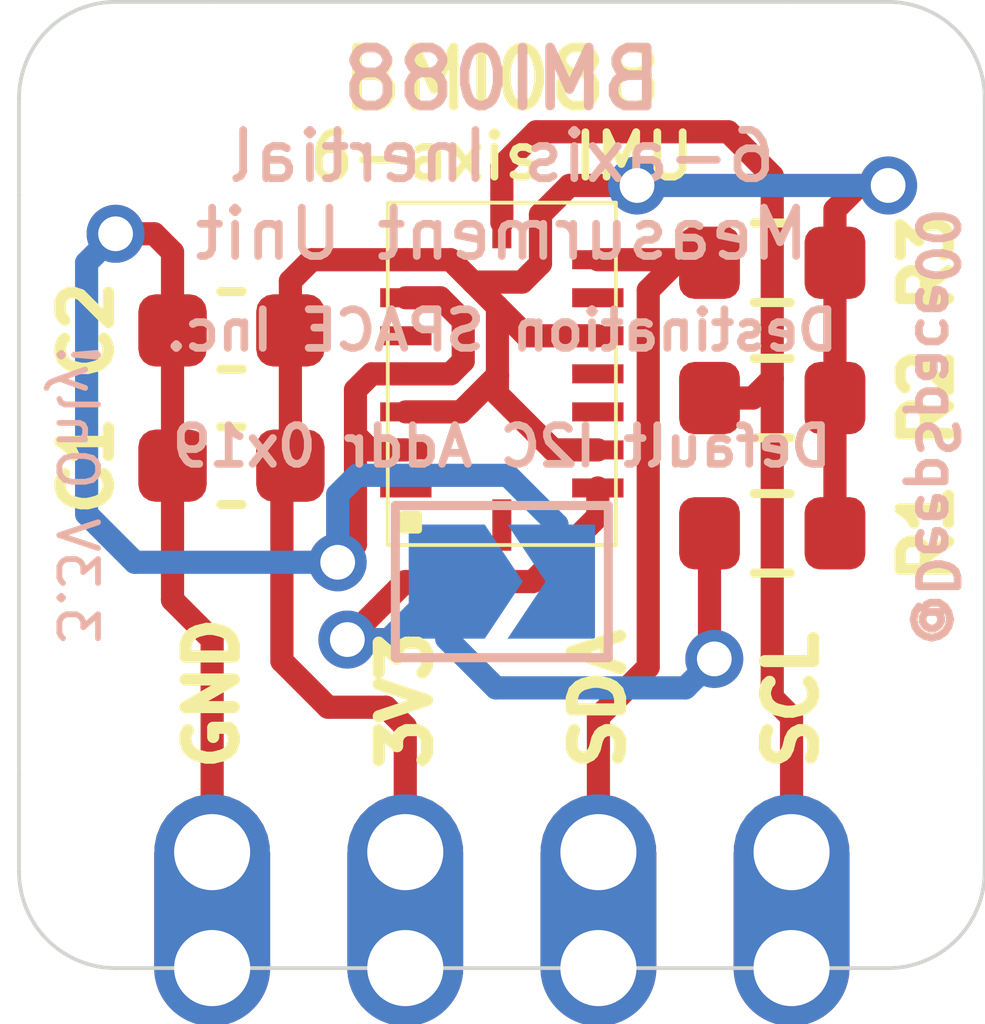
<source format=kicad_pcb>
(kicad_pcb (version 20171130) (host pcbnew "(5.1.10)-1")

  (general
    (thickness 1.6)
    (drawings 28)
    (tracks 96)
    (zones 0)
    (modules 8)
    (nets 12)
  )

  (page A4)
  (layers
    (0 F.Cu signal)
    (31 B.Cu signal)
    (32 B.Adhes user)
    (33 F.Adhes user)
    (34 B.Paste user)
    (35 F.Paste user)
    (36 B.SilkS user)
    (37 F.SilkS user)
    (38 B.Mask user)
    (39 F.Mask user)
    (40 Dwgs.User user)
    (41 Cmts.User user)
    (42 Eco1.User user)
    (43 Eco2.User user)
    (44 Edge.Cuts user)
    (45 Margin user)
    (46 B.CrtYd user)
    (47 F.CrtYd user)
    (48 B.Fab user hide)
    (49 F.Fab user hide)
  )

  (setup
    (last_trace_width 0.3048)
    (user_trace_width 0.3048)
    (trace_clearance 0.2)
    (zone_clearance 0.508)
    (zone_45_only no)
    (trace_min 0.2)
    (via_size 0.8)
    (via_drill 0.4)
    (via_min_size 0.4)
    (via_min_drill 0.3)
    (uvia_size 0.3)
    (uvia_drill 0.1)
    (uvias_allowed no)
    (uvia_min_size 0.2)
    (uvia_min_drill 0.1)
    (edge_width 0.05)
    (segment_width 0.2)
    (pcb_text_width 0.3)
    (pcb_text_size 1.5 1.5)
    (mod_edge_width 0.12)
    (mod_text_size 1 1)
    (mod_text_width 0.15)
    (pad_size 1.524 1.524)
    (pad_drill 0.762)
    (pad_to_mask_clearance 0)
    (aux_axis_origin 0 0)
    (visible_elements 7FFFFFFF)
    (pcbplotparams
      (layerselection 0x010fc_ffffffff)
      (usegerberextensions false)
      (usegerberattributes true)
      (usegerberadvancedattributes true)
      (creategerberjobfile true)
      (excludeedgelayer true)
      (linewidth 0.100000)
      (plotframeref false)
      (viasonmask false)
      (mode 1)
      (useauxorigin false)
      (hpglpennumber 1)
      (hpglpenspeed 20)
      (hpglpendiameter 15.000000)
      (psnegative false)
      (psa4output false)
      (plotreference true)
      (plotvalue true)
      (plotinvisibletext false)
      (padsonsilk false)
      (subtractmaskfromsilk false)
      (outputformat 1)
      (mirror false)
      (drillshape 1)
      (scaleselection 1)
      (outputdirectory ""))
  )

  (net 0 "")
  (net 1 +3V3)
  (net 2 GND)
  (net 3 SDA)
  (net 4 SCL)
  (net 5 SDO1)
  (net 6 "Net-(U1-Pad1)")
  (net 7 "Net-(U1-Pad5)")
  (net 8 "Net-(U1-Pad10)")
  (net 9 "Net-(U1-Pad12)")
  (net 10 "Net-(U1-Pad13)")
  (net 11 "Net-(U1-Pad16)")

  (net_class Default "This is the default net class."
    (clearance 0.2)
    (trace_width 0.25)
    (via_dia 0.8)
    (via_drill 0.4)
    (uvia_dia 0.3)
    (uvia_drill 0.1)
    (add_net +3V3)
    (add_net GND)
    (add_net "Net-(U1-Pad1)")
    (add_net "Net-(U1-Pad10)")
    (add_net "Net-(U1-Pad12)")
    (add_net "Net-(U1-Pad13)")
    (add_net "Net-(U1-Pad16)")
    (add_net "Net-(U1-Pad5)")
    (add_net SCL)
    (add_net SDA)
    (add_net SDO1)
  )

  (module Capacitor_SMD:C_0603_1608Metric (layer F.Cu) (tedit 5F68FEEE) (tstamp 614996F7)
    (at 141.224 79.756 180)
    (descr "Capacitor SMD 0603 (1608 Metric), square (rectangular) end terminal, IPC_7351 nominal, (Body size source: IPC-SM-782 page 76, https://www.pcb-3d.com/wordpress/wp-content/uploads/ipc-sm-782a_amendment_1_and_2.pdf), generated with kicad-footprint-generator")
    (tags capacitor)
    (path /614A053E)
    (attr smd)
    (fp_text reference C1 (at 1.905 0 90) (layer F.SilkS)
      (effects (font (size 0.635 0.635) (thickness 0.15)))
    )
    (fp_text value 0.1uF (at 0 1.43) (layer F.Fab)
      (effects (font (size 1 1) (thickness 0.15)))
    )
    (fp_line (start -0.8 0.4) (end -0.8 -0.4) (layer F.Fab) (width 0.1))
    (fp_line (start -0.8 -0.4) (end 0.8 -0.4) (layer F.Fab) (width 0.1))
    (fp_line (start 0.8 -0.4) (end 0.8 0.4) (layer F.Fab) (width 0.1))
    (fp_line (start 0.8 0.4) (end -0.8 0.4) (layer F.Fab) (width 0.1))
    (fp_line (start -0.14058 -0.51) (end 0.14058 -0.51) (layer F.SilkS) (width 0.12))
    (fp_line (start -0.14058 0.51) (end 0.14058 0.51) (layer F.SilkS) (width 0.12))
    (fp_line (start -1.48 0.73) (end -1.48 -0.73) (layer F.CrtYd) (width 0.05))
    (fp_line (start -1.48 -0.73) (end 1.48 -0.73) (layer F.CrtYd) (width 0.05))
    (fp_line (start 1.48 -0.73) (end 1.48 0.73) (layer F.CrtYd) (width 0.05))
    (fp_line (start 1.48 0.73) (end -1.48 0.73) (layer F.CrtYd) (width 0.05))
    (fp_text user %R (at 0 0) (layer F.Fab)
      (effects (font (size 0.4 0.4) (thickness 0.06)))
    )
    (pad 1 smd roundrect (at -0.775 0 180) (size 0.9 0.95) (layers F.Cu F.Paste F.Mask) (roundrect_rratio 0.25)
      (net 1 +3V3))
    (pad 2 smd roundrect (at 0.775 0 180) (size 0.9 0.95) (layers F.Cu F.Paste F.Mask) (roundrect_rratio 0.25)
      (net 2 GND))
    (model ${KISYS3DMOD}/Capacitor_SMD.3dshapes/C_0603_1608Metric.wrl
      (at (xyz 0 0 0))
      (scale (xyz 1 1 1))
      (rotate (xyz 0 0 0))
    )
  )

  (module Capacitor_SMD:C_0603_1608Metric (layer F.Cu) (tedit 5F68FEEE) (tstamp 61499708)
    (at 141.224 77.978 180)
    (descr "Capacitor SMD 0603 (1608 Metric), square (rectangular) end terminal, IPC_7351 nominal, (Body size source: IPC-SM-782 page 76, https://www.pcb-3d.com/wordpress/wp-content/uploads/ipc-sm-782a_amendment_1_and_2.pdf), generated with kicad-footprint-generator")
    (tags capacitor)
    (path /614A256C)
    (attr smd)
    (fp_text reference C2 (at 1.905 0 90) (layer F.SilkS)
      (effects (font (size 0.635 0.635) (thickness 0.15)))
    )
    (fp_text value 0.1uF (at 0 1.43) (layer F.Fab)
      (effects (font (size 1 1) (thickness 0.15)))
    )
    (fp_line (start 1.48 0.73) (end -1.48 0.73) (layer F.CrtYd) (width 0.05))
    (fp_line (start 1.48 -0.73) (end 1.48 0.73) (layer F.CrtYd) (width 0.05))
    (fp_line (start -1.48 -0.73) (end 1.48 -0.73) (layer F.CrtYd) (width 0.05))
    (fp_line (start -1.48 0.73) (end -1.48 -0.73) (layer F.CrtYd) (width 0.05))
    (fp_line (start -0.14058 0.51) (end 0.14058 0.51) (layer F.SilkS) (width 0.12))
    (fp_line (start -0.14058 -0.51) (end 0.14058 -0.51) (layer F.SilkS) (width 0.12))
    (fp_line (start 0.8 0.4) (end -0.8 0.4) (layer F.Fab) (width 0.1))
    (fp_line (start 0.8 -0.4) (end 0.8 0.4) (layer F.Fab) (width 0.1))
    (fp_line (start -0.8 -0.4) (end 0.8 -0.4) (layer F.Fab) (width 0.1))
    (fp_line (start -0.8 0.4) (end -0.8 -0.4) (layer F.Fab) (width 0.1))
    (fp_text user %R (at 0 0) (layer F.Fab)
      (effects (font (size 0.4 0.4) (thickness 0.06)))
    )
    (pad 2 smd roundrect (at 0.775 0 180) (size 0.9 0.95) (layers F.Cu F.Paste F.Mask) (roundrect_rratio 0.25)
      (net 2 GND))
    (pad 1 smd roundrect (at -0.775 0 180) (size 0.9 0.95) (layers F.Cu F.Paste F.Mask) (roundrect_rratio 0.25)
      (net 1 +3V3))
    (model ${KISYS3DMOD}/Capacitor_SMD.3dshapes/C_0603_1608Metric.wrl
      (at (xyz 0 0 0))
      (scale (xyz 1 1 1))
      (rotate (xyz 0 0 0))
    )
  )

  (module Jumper:SolderJumper-2_P1.3mm_Open_TrianglePad1.0x1.5mm (layer B.Cu) (tedit 5A64794F) (tstamp 6149972E)
    (at 144.78 81.28)
    (descr "SMD Solder Jumper, 1x1.5mm Triangular Pads, 0.3mm gap, open")
    (tags "solder jumper open")
    (path /614A978F)
    (attr virtual)
    (fp_text reference JP1 (at 0 1.8) (layer B.SilkS) hide
      (effects (font (size 1 1) (thickness 0.15)) (justify mirror))
    )
    (fp_text value Jumper (at 0 -1.9) (layer B.Fab)
      (effects (font (size 1 1) (thickness 0.15)) (justify mirror))
    )
    (fp_line (start -1.4 -1) (end -1.4 1) (layer B.SilkS) (width 0.12))
    (fp_line (start 1.4 -1) (end -1.4 -1) (layer B.SilkS) (width 0.12))
    (fp_line (start 1.4 1) (end 1.4 -1) (layer B.SilkS) (width 0.12))
    (fp_line (start -1.4 1) (end 1.4 1) (layer B.SilkS) (width 0.12))
    (fp_line (start -1.65 1.25) (end 1.65 1.25) (layer B.CrtYd) (width 0.05))
    (fp_line (start -1.65 1.25) (end -1.65 -1.25) (layer B.CrtYd) (width 0.05))
    (fp_line (start 1.65 -1.25) (end 1.65 1.25) (layer B.CrtYd) (width 0.05))
    (fp_line (start 1.65 -1.25) (end -1.65 -1.25) (layer B.CrtYd) (width 0.05))
    (pad 2 smd custom (at 0.725 0) (size 0.3 0.3) (layers B.Cu B.Mask)
      (net 2 GND) (zone_connect 2)
      (options (clearance outline) (anchor rect))
      (primitives
        (gr_poly (pts
           (xy -0.65 0.75) (xy 0.5 0.75) (xy 0.5 -0.75) (xy -0.65 -0.75) (xy -0.15 0)
) (width 0))
      ))
    (pad 1 smd custom (at -0.725 0) (size 0.3 0.3) (layers B.Cu B.Mask)
      (net 5 SDO1) (zone_connect 2)
      (options (clearance outline) (anchor rect))
      (primitives
        (gr_poly (pts
           (xy -0.5 0.75) (xy 0.5 0.75) (xy 1 0) (xy 0.5 -0.75) (xy -0.5 -0.75)
) (width 0))
      ))
  )

  (module Resistor_SMD:R_0603_1608Metric (layer F.Cu) (tedit 5F68FEEE) (tstamp 6149973F)
    (at 148.336 77.089 180)
    (descr "Resistor SMD 0603 (1608 Metric), square (rectangular) end terminal, IPC_7351 nominal, (Body size source: IPC-SM-782 page 72, https://www.pcb-3d.com/wordpress/wp-content/uploads/ipc-sm-782a_amendment_1_and_2.pdf), generated with kicad-footprint-generator")
    (tags resistor)
    (path /614A533D)
    (attr smd)
    (fp_text reference R3 (at -2.032 0 90) (layer F.SilkS)
      (effects (font (size 0.635 0.635) (thickness 0.15)))
    )
    (fp_text value 4.7k (at 0 1.43) (layer F.Fab)
      (effects (font (size 1 1) (thickness 0.15)))
    )
    (fp_line (start -0.8 0.4125) (end -0.8 -0.4125) (layer F.Fab) (width 0.1))
    (fp_line (start -0.8 -0.4125) (end 0.8 -0.4125) (layer F.Fab) (width 0.1))
    (fp_line (start 0.8 -0.4125) (end 0.8 0.4125) (layer F.Fab) (width 0.1))
    (fp_line (start 0.8 0.4125) (end -0.8 0.4125) (layer F.Fab) (width 0.1))
    (fp_line (start -0.237258 -0.5225) (end 0.237258 -0.5225) (layer F.SilkS) (width 0.12))
    (fp_line (start -0.237258 0.5225) (end 0.237258 0.5225) (layer F.SilkS) (width 0.12))
    (fp_line (start -1.48 0.73) (end -1.48 -0.73) (layer F.CrtYd) (width 0.05))
    (fp_line (start -1.48 -0.73) (end 1.48 -0.73) (layer F.CrtYd) (width 0.05))
    (fp_line (start 1.48 -0.73) (end 1.48 0.73) (layer F.CrtYd) (width 0.05))
    (fp_line (start 1.48 0.73) (end -1.48 0.73) (layer F.CrtYd) (width 0.05))
    (fp_text user %R (at 0 0) (layer F.Fab)
      (effects (font (size 0.4 0.4) (thickness 0.06)))
    )
    (pad 1 smd roundrect (at -0.825 0 180) (size 0.8 0.95) (layers F.Cu F.Paste F.Mask) (roundrect_rratio 0.25)
      (net 1 +3V3))
    (pad 2 smd roundrect (at 0.825 0 180) (size 0.8 0.95) (layers F.Cu F.Paste F.Mask) (roundrect_rratio 0.25)
      (net 3 SDA))
    (model ${KISYS3DMOD}/Resistor_SMD.3dshapes/R_0603_1608Metric.wrl
      (at (xyz 0 0 0))
      (scale (xyz 1 1 1))
      (rotate (xyz 0 0 0))
    )
  )

  (module Resistor_SMD:R_0603_1608Metric (layer F.Cu) (tedit 5F68FEEE) (tstamp 61499750)
    (at 148.336 78.867 180)
    (descr "Resistor SMD 0603 (1608 Metric), square (rectangular) end terminal, IPC_7351 nominal, (Body size source: IPC-SM-782 page 72, https://www.pcb-3d.com/wordpress/wp-content/uploads/ipc-sm-782a_amendment_1_and_2.pdf), generated with kicad-footprint-generator")
    (tags resistor)
    (path /614A8378)
    (attr smd)
    (fp_text reference R2 (at -2.032 0 90) (layer F.SilkS)
      (effects (font (size 0.635 0.635) (thickness 0.15)))
    )
    (fp_text value 4..7k (at 0 1.43) (layer F.Fab)
      (effects (font (size 1 1) (thickness 0.15)))
    )
    (fp_line (start 1.48 0.73) (end -1.48 0.73) (layer F.CrtYd) (width 0.05))
    (fp_line (start 1.48 -0.73) (end 1.48 0.73) (layer F.CrtYd) (width 0.05))
    (fp_line (start -1.48 -0.73) (end 1.48 -0.73) (layer F.CrtYd) (width 0.05))
    (fp_line (start -1.48 0.73) (end -1.48 -0.73) (layer F.CrtYd) (width 0.05))
    (fp_line (start -0.237258 0.5225) (end 0.237258 0.5225) (layer F.SilkS) (width 0.12))
    (fp_line (start -0.237258 -0.5225) (end 0.237258 -0.5225) (layer F.SilkS) (width 0.12))
    (fp_line (start 0.8 0.4125) (end -0.8 0.4125) (layer F.Fab) (width 0.1))
    (fp_line (start 0.8 -0.4125) (end 0.8 0.4125) (layer F.Fab) (width 0.1))
    (fp_line (start -0.8 -0.4125) (end 0.8 -0.4125) (layer F.Fab) (width 0.1))
    (fp_line (start -0.8 0.4125) (end -0.8 -0.4125) (layer F.Fab) (width 0.1))
    (fp_text user %R (at 0 0) (layer F.Fab)
      (effects (font (size 0.4 0.4) (thickness 0.06)))
    )
    (pad 2 smd roundrect (at 0.825 0 180) (size 0.8 0.95) (layers F.Cu F.Paste F.Mask) (roundrect_rratio 0.25)
      (net 4 SCL))
    (pad 1 smd roundrect (at -0.825 0 180) (size 0.8 0.95) (layers F.Cu F.Paste F.Mask) (roundrect_rratio 0.25)
      (net 1 +3V3))
    (model ${KISYS3DMOD}/Resistor_SMD.3dshapes/R_0603_1608Metric.wrl
      (at (xyz 0 0 0))
      (scale (xyz 1 1 1))
      (rotate (xyz 0 0 0))
    )
  )

  (module Resistor_SMD:R_0603_1608Metric (layer F.Cu) (tedit 5F68FEEE) (tstamp 61499761)
    (at 148.336 80.645)
    (descr "Resistor SMD 0603 (1608 Metric), square (rectangular) end terminal, IPC_7351 nominal, (Body size source: IPC-SM-782 page 72, https://www.pcb-3d.com/wordpress/wp-content/uploads/ipc-sm-782a_amendment_1_and_2.pdf), generated with kicad-footprint-generator")
    (tags resistor)
    (path /614AAEE1)
    (attr smd)
    (fp_text reference R1 (at 2.032 0 90) (layer F.SilkS)
      (effects (font (size 0.635 0.635) (thickness 0.15)))
    )
    (fp_text value 4.7k (at 0 1.43) (layer F.Fab)
      (effects (font (size 1 1) (thickness 0.15)))
    )
    (fp_line (start -0.8 0.4125) (end -0.8 -0.4125) (layer F.Fab) (width 0.1))
    (fp_line (start -0.8 -0.4125) (end 0.8 -0.4125) (layer F.Fab) (width 0.1))
    (fp_line (start 0.8 -0.4125) (end 0.8 0.4125) (layer F.Fab) (width 0.1))
    (fp_line (start 0.8 0.4125) (end -0.8 0.4125) (layer F.Fab) (width 0.1))
    (fp_line (start -0.237258 -0.5225) (end 0.237258 -0.5225) (layer F.SilkS) (width 0.12))
    (fp_line (start -0.237258 0.5225) (end 0.237258 0.5225) (layer F.SilkS) (width 0.12))
    (fp_line (start -1.48 0.73) (end -1.48 -0.73) (layer F.CrtYd) (width 0.05))
    (fp_line (start -1.48 -0.73) (end 1.48 -0.73) (layer F.CrtYd) (width 0.05))
    (fp_line (start 1.48 -0.73) (end 1.48 0.73) (layer F.CrtYd) (width 0.05))
    (fp_line (start 1.48 0.73) (end -1.48 0.73) (layer F.CrtYd) (width 0.05))
    (fp_text user %R (at 0 0) (layer F.Fab)
      (effects (font (size 0.4 0.4) (thickness 0.06)))
    )
    (pad 1 smd roundrect (at -0.825 0) (size 0.8 0.95) (layers F.Cu F.Paste F.Mask) (roundrect_rratio 0.25)
      (net 5 SDO1))
    (pad 2 smd roundrect (at 0.825 0) (size 0.8 0.95) (layers F.Cu F.Paste F.Mask) (roundrect_rratio 0.25)
      (net 1 +3V3))
    (model ${KISYS3DMOD}/Resistor_SMD.3dshapes/R_0603_1608Metric.wrl
      (at (xyz 0 0 0))
      (scale (xyz 1 1 1))
      (rotate (xyz 0 0 0))
    )
  )

  (module DS-sensors:BMI088 (layer F.Cu) (tedit 6149303C) (tstamp 6149977B)
    (at 144.78 80.899 180)
    (path /61494E9E)
    (fp_text reference U1 (at 0 5.334) (layer F.SilkS) hide
      (effects (font (size 1 1) (thickness 0.15)))
    )
    (fp_text value BMI088 (at 0 -0.75) (layer F.Fab)
      (effects (font (size 1 1) (thickness 0.15)))
    )
    (fp_poly (pts (xy 1.3 0.5) (xy 1.1 0.5) (xy 1.1 0.3) (xy 1.3 0.3)) (layer F.SilkS) (width 0.1))
    (fp_line (start -1.5 4.6) (end -1.5 0.6) (layer F.SilkS) (width 0.05))
    (fp_line (start 1.5 4.6) (end -1.5 4.6) (layer F.SilkS) (width 0.05))
    (fp_line (start 1.5 0.1) (end 1.5 4.6) (layer F.SilkS) (width 0.05))
    (fp_line (start -1.5 0.1) (end 1.5 0.1) (layer F.SilkS) (width 0.05))
    (fp_line (start -1.5 0.6) (end -1.5 0.1) (layer F.SilkS) (width 0.05))
    (pad 1 smd rect (at 1.2625 0.85 180) (size 0.675 0.25) (layers F.Cu F.Paste F.Mask)
      (net 6 "Net-(U1-Pad1)"))
    (pad 2 smd rect (at 1.2625 1.35 180) (size 0.675 0.25) (layers F.Cu F.Paste F.Mask)
      (net 2 GND))
    (pad 3 smd rect (at 1.2625 1.85 180) (size 0.675 0.25) (layers F.Cu F.Paste F.Mask)
      (net 1 +3V3))
    (pad 4 smd rect (at 1.2625 2.35 180) (size 0.675 0.25) (layers F.Cu F.Paste F.Mask)
      (net 2 GND))
    (pad 5 smd rect (at 1.2625 2.85 180) (size 0.675 0.25) (layers F.Cu F.Paste F.Mask)
      (net 7 "Net-(U1-Pad5)"))
    (pad 6 smd rect (at 1.2625 3.35 180) (size 0.675 0.25) (layers F.Cu F.Paste F.Mask)
      (net 2 GND))
    (pad 7 smd rect (at 1.2625 3.85 180) (size 0.675 0.25) (layers F.Cu F.Paste F.Mask)
      (net 1 +3V3))
    (pad 8 smd rect (at 0 4.3375 270) (size 0.675 0.25) (layers F.Cu F.Paste F.Mask)
      (net 4 SCL))
    (pad 9 smd rect (at -1.2625 3.85) (size 0.675 0.25) (layers F.Cu F.Paste F.Mask)
      (net 3 SDA))
    (pad 10 smd rect (at -1.2625 3.35) (size 0.675 0.25) (layers F.Cu F.Paste F.Mask)
      (net 8 "Net-(U1-Pad10)"))
    (pad 11 smd rect (at -1.2625 2.85) (size 0.675 0.25) (layers F.Cu F.Paste F.Mask)
      (net 1 +3V3))
    (pad 12 smd rect (at -1.2625 2.35) (size 0.675 0.25) (layers F.Cu F.Paste F.Mask)
      (net 9 "Net-(U1-Pad12)"))
    (pad 13 smd rect (at -1.2625 1.85) (size 0.675 0.25) (layers F.Cu F.Paste F.Mask)
      (net 10 "Net-(U1-Pad13)"))
    (pad 14 smd rect (at -1.2625 1.35) (size 0.675 0.25) (layers F.Cu F.Paste F.Mask)
      (net 1 +3V3))
    (pad 15 smd rect (at -1.2625 0.85) (size 0.675 0.25) (layers F.Cu F.Paste F.Mask)
      (net 5 SDO1))
    (pad 16 smd rect (at 0 0.3625 90) (size 0.675 0.25) (layers F.Cu F.Paste F.Mask)
      (net 11 "Net-(U1-Pad16)"))
    (model "E:/OneDrive/work/Destination Space/development/.Shared Resources/kicad/models/BMI088--3DModel-STEP-56544.STEP"
      (offset (xyz 0 -2.35 0))
      (scale (xyz 1 1 1))
      (rotate (xyz -90 0 -90))
    )
  )

  (module DS-connectors:Castellated_PinHeader_01x04_P2.54mm_Vertical (layer B.Cu) (tedit 61533884) (tstamp 61533A1A)
    (at 138.43 84.836 270)
    (path /61534104)
    (fp_text reference J1 (at 0 -0.762 90) (layer B.SilkS) hide
      (effects (font (size 1 1) (thickness 0.15)) (justify mirror))
    )
    (fp_text value Castellated_Conn_01x04 (at 0 -12.065 90) (layer B.Fab)
      (effects (font (size 1 1) (thickness 0.15)) (justify mirror))
    )
    (pad 1 thru_hole custom (at 0 -2.54 270) (size 1.524 1.524) (drill 1) (layers *.Cu *.Mask)
      (net 2 GND) (zone_connect 0)
      (options (clearance outline) (anchor circle))
      (primitives
        (gr_poly (pts
           (xy 0 -0.7493) (xy 0 0.7493) (xy 1.524 0.7493) (xy 1.524 -0.7493)) (width 0.0254))
      ))
    (pad 1 thru_hole circle (at 1.524 -2.54 270) (size 1.524 1.524) (drill 1) (layers *.Cu *.Mask)
      (net 2 GND) (zone_connect 0))
    (pad 2 thru_hole custom (at 0 -5.08 270) (size 1.524 1.524) (drill 1) (layers *.Cu *.Mask)
      (net 1 +3V3) (zone_connect 0)
      (options (clearance outline) (anchor circle))
      (primitives
        (gr_poly (pts
           (xy 0 -0.7493) (xy 0 0.7493) (xy 1.524 0.7493) (xy 1.524 -0.7493)) (width 0.0254))
      ))
    (pad 2 thru_hole circle (at 1.524 -5.08 270) (size 1.524 1.524) (drill 1) (layers *.Cu *.Mask)
      (net 1 +3V3) (zone_connect 0))
    (pad 3 thru_hole custom (at 0 -7.62 270) (size 1.524 1.524) (drill 1) (layers *.Cu *.Mask)
      (net 3 SDA) (zone_connect 0)
      (options (clearance outline) (anchor circle))
      (primitives
        (gr_poly (pts
           (xy 0 -0.7493) (xy 0 0.7493) (xy 1.524 0.7493) (xy 1.524 -0.7493)) (width 0.0254))
      ))
    (pad 3 thru_hole circle (at 1.524 -7.62 270) (size 1.524 1.524) (drill 1) (layers *.Cu *.Mask)
      (net 3 SDA) (zone_connect 0))
    (pad 4 thru_hole custom (at 0 -10.16 270) (size 1.524 1.524) (drill 1) (layers *.Cu *.Mask)
      (net 4 SCL) (zone_connect 0)
      (options (clearance outline) (anchor circle))
      (primitives
        (gr_poly (pts
           (xy 0 -0.7493) (xy 0 0.7493) (xy 1.524 0.7493) (xy 1.524 -0.7493)) (width 0.0254))
      ))
    (pad 4 thru_hole circle (at 1.524 -10.16 270) (size 1.524 1.524) (drill 1) (layers *.Cu *.Mask)
      (net 4 SCL) (zone_connect 0))
  )

  (gr_text "3.3V Only!" (at 139.192 80.137 270) (layer B.SilkS)
    (effects (font (size 0.508 0.508) (thickness 0.0762)) (justify mirror))
  )
  (gr_text @DeepSpace00 (at 150.495 79.248 270) (layer B.SilkS)
    (effects (font (size 0.508 0.508) (thickness 0.1016)) (justify mirror))
  )
  (gr_text "Default I2C Addr 0x19" (at 144.78 79.502) (layer B.SilkS)
    (effects (font (size 0.508 0.508) (thickness 0.1016)) (justify mirror))
  )
  (gr_text "Destination SPACE Inc." (at 144.78 77.978) (layer B.SilkS)
    (effects (font (size 0.508 0.508) (thickness 0.1016)) (justify mirror))
  )
  (gr_text "6-axis Inertial\nMeasurment Unit" (at 144.78 76.2) (layer B.SilkS)
    (effects (font (size 0.635 0.635) (thickness 0.1016)) (justify mirror))
  )
  (gr_text BMI088 (at 144.78 74.676) (layer B.SilkS)
    (effects (font (size 0.762 0.762) (thickness 0.127)) (justify mirror))
  )
  (gr_text "SCL\n" (at 148.59 83.82 90) (layer F.SilkS) (tstamp 6149A902)
    (effects (font (size 0.635 0.635) (thickness 0.15875)) (justify left))
  )
  (gr_text SDA (at 146.05 83.82 90) (layer F.SilkS) (tstamp 6149A902)
    (effects (font (size 0.635 0.635) (thickness 0.15875)) (justify left))
  )
  (gr_text GND (at 140.97 83.82 90) (layer F.SilkS) (tstamp 6149A8FA)
    (effects (font (size 0.635 0.635) (thickness 0.15875)) (justify left))
  )
  (gr_text 3V3 (at 143.51 83.82 90) (layer F.SilkS)
    (effects (font (size 0.635 0.635) (thickness 0.15875)) (justify left))
  )
  (gr_text "6-axis IMU" (at 144.78 75.692) (layer F.SilkS)
    (effects (font (size 0.5842 0.5842) (thickness 0.1016)))
  )
  (gr_text BMI088 (at 144.78 74.676) (layer F.SilkS)
    (effects (font (size 0.762 0.762) (thickness 0.127)))
  )
  (gr_arc (start 139.7 74.93) (end 139.7 73.66) (angle -90) (layer Edge.Cuts) (width 0.05))
  (gr_arc (start 149.86 74.93) (end 151.13 74.93) (angle -90) (layer Edge.Cuts) (width 0.05))
  (gr_line (start 138.43 76.2) (end 138.43 74.93) (layer Edge.Cuts) (width 0.05))
  (gr_line (start 140.97 73.66) (end 139.7 73.66) (layer Edge.Cuts) (width 0.05))
  (gr_line (start 151.13 76.2) (end 151.13 74.93) (layer Edge.Cuts) (width 0.05))
  (gr_line (start 148.59 73.66) (end 149.86 73.66) (layer Edge.Cuts) (width 0.05))
  (gr_arc (start 149.86 85.09) (end 149.86 86.36) (angle -90) (layer Edge.Cuts) (width 0.05))
  (gr_line (start 151.13 83.82) (end 151.13 85.09) (layer Edge.Cuts) (width 0.05))
  (gr_line (start 148.59 86.36) (end 149.86 86.36) (layer Edge.Cuts) (width 0.05))
  (gr_arc (start 139.7 85.09) (end 138.43 85.09) (angle -90) (layer Edge.Cuts) (width 0.05))
  (gr_line (start 138.43 83.82) (end 138.43 85.09) (layer Edge.Cuts) (width 0.05))
  (gr_line (start 140.97 86.36) (end 139.7 86.36) (layer Edge.Cuts) (width 0.05))
  (gr_line (start 151.13 76.2) (end 151.13 83.82) (layer Edge.Cuts) (width 0.05) (tstamp 614998A0))
  (gr_line (start 140.97 73.66) (end 148.59 73.66) (layer Edge.Cuts) (width 0.05))
  (gr_line (start 140.97 86.36) (end 148.59 86.36) (layer Edge.Cuts) (width 0.05))
  (gr_line (start 138.43 76.2) (end 138.43 83.82) (layer Edge.Cuts) (width 0.05))

  (via (at 149.86 76.073) (size 0.762) (drill 0.4572) (layers F.Cu B.Cu) (net 1))
  (segment (start 149.161 80.645) (end 149.161 78.867) (width 0.3048) (layer F.Cu) (net 1))
  (segment (start 149.161 78.867) (end 149.161 77.089) (width 0.3048) (layer F.Cu) (net 1))
  (via (at 146.558 76.073) (size 0.762) (drill 0.4572) (layers F.Cu B.Cu) (net 1))
  (segment (start 143.5175 77.049) (end 144.105 77.049) (width 0.3048) (layer F.Cu) (net 1))
  (segment (start 144.24141 79.049) (end 143.5175 79.049) (width 0.3048) (layer F.Cu) (net 1))
  (segment (start 144.72201 77.66601) (end 144.722009 78.568401) (width 0.3048) (layer F.Cu) (net 1))
  (segment (start 144.722009 78.568401) (end 144.24141 79.049) (width 0.3048) (layer F.Cu) (net 1))
  (segment (start 145.105 78.049) (end 146.0425 78.049) (width 0.3048) (layer F.Cu) (net 1))
  (segment (start 144.72201 77.66601) (end 145.105 78.049) (width 0.3048) (layer F.Cu) (net 1))
  (segment (start 145.455 79.549) (end 144.722009 78.816009) (width 0.3048) (layer F.Cu) (net 1))
  (segment (start 144.722009 78.816009) (end 144.722009 78.568401) (width 0.3048) (layer F.Cu) (net 1))
  (segment (start 146.0425 79.549) (end 145.455 79.549) (width 0.3048) (layer F.Cu) (net 1))
  (segment (start 144.105 77.049) (end 144.399 77.343) (width 0.3048) (layer F.Cu) (net 1))
  (segment (start 144.399 77.343) (end 144.72201 77.66601) (width 0.3048) (layer F.Cu) (net 1))
  (segment (start 145.669 76.073) (end 146.558 76.073) (width 0.3048) (layer F.Cu) (net 1))
  (segment (start 145.288 76.454) (end 145.669 76.073) (width 0.3048) (layer F.Cu) (net 1))
  (segment (start 145.288 77.101002) (end 145.288 76.454) (width 0.3048) (layer F.Cu) (net 1))
  (segment (start 145.046002 77.343) (end 145.288 77.101002) (width 0.3048) (layer F.Cu) (net 1))
  (segment (start 144.399 77.343) (end 145.046002 77.343) (width 0.3048) (layer F.Cu) (net 1))
  (segment (start 149.86 76.073) (end 149.479 76.073) (width 0.3048) (layer F.Cu) (net 1))
  (segment (start 149.161 76.391) (end 149.161 77.089) (width 0.3048) (layer F.Cu) (net 1))
  (segment (start 149.479 76.073) (end 149.161 76.391) (width 0.3048) (layer F.Cu) (net 1))
  (segment (start 149.86 76.073) (end 146.558 76.073) (width 0.3048) (layer B.Cu) (net 1))
  (segment (start 141.999 79.756) (end 141.999 77.978) (width 0.3048) (layer F.Cu) (net 1))
  (segment (start 142.046 78.025) (end 141.999 77.978) (width 0.25) (layer F.Cu) (net 1))
  (segment (start 141.999 77.978) (end 141.999 77.33) (width 0.3048) (layer F.Cu) (net 1))
  (segment (start 142.28 77.049) (end 143.5175 77.049) (width 0.3048) (layer F.Cu) (net 1))
  (segment (start 141.999 77.33) (end 142.28 77.049) (width 0.3048) (layer F.Cu) (net 1))
  (segment (start 141.887599 79.867401) (end 141.999 79.756) (width 0.3048) (layer F.Cu) (net 1))
  (segment (start 141.887599 82.324599) (end 141.887599 79.867401) (width 0.3048) (layer F.Cu) (net 1))
  (segment (start 142.494 82.931) (end 141.887599 82.324599) (width 0.3048) (layer F.Cu) (net 1))
  (segment (start 143.256 82.931) (end 142.494 82.931) (width 0.3048) (layer F.Cu) (net 1))
  (segment (start 143.51 83.185) (end 143.256 82.931) (width 0.3048) (layer F.Cu) (net 1))
  (segment (start 143.51 83.185) (end 143.51 84.836) (width 0.3048) (layer F.Cu) (net 1))
  (via (at 139.7 76.708) (size 0.762) (drill 0.4572) (layers F.Cu B.Cu) (net 2))
  (segment (start 140.449 79.756) (end 140.449 81.521) (width 0.3048) (layer F.Cu) (net 2))
  (segment (start 140.449 81.521) (end 140.97 82.042) (width 0.3048) (layer F.Cu) (net 2))
  (segment (start 140.449 77.978) (end 140.449 79.756) (width 0.3048) (layer F.Cu) (net 2))
  (via (at 142.621 81.026) (size 0.762) (drill 0.4572) (layers F.Cu B.Cu) (net 2))
  (segment (start 144.105 78.549) (end 144.272 78.382) (width 0.3048) (layer F.Cu) (net 2))
  (segment (start 143.5175 78.549) (end 144.105 78.549) (width 0.3048) (layer F.Cu) (net 2))
  (segment (start 144.272 78.382) (end 144.272 77.85241) (width 0.3048) (layer F.Cu) (net 2))
  (segment (start 143.96859 77.549) (end 143.5175 77.549) (width 0.3048) (layer F.Cu) (net 2))
  (segment (start 144.272 77.85241) (end 143.96859 77.549) (width 0.3048) (layer F.Cu) (net 2))
  (segment (start 143.066 78.549) (end 143.5175 78.549) (width 0.3048) (layer F.Cu) (net 2))
  (segment (start 142.854999 78.760001) (end 143.066 78.549) (width 0.3048) (layer F.Cu) (net 2))
  (segment (start 142.854999 79.354999) (end 142.854999 78.760001) (width 0.3048) (layer F.Cu) (net 2))
  (segment (start 143.049 79.549) (end 142.854999 79.354999) (width 0.3048) (layer F.Cu) (net 2))
  (segment (start 143.5175 79.549) (end 143.049 79.549) (width 0.3048) (layer F.Cu) (net 2))
  (segment (start 142.854999 80.792001) (end 142.621 81.026) (width 0.3048) (layer F.Cu) (net 2))
  (segment (start 142.854999 79.354999) (end 142.854999 80.792001) (width 0.3048) (layer F.Cu) (net 2))
  (segment (start 142.621 81.026) (end 142.621 80.137) (width 0.3048) (layer B.Cu) (net 2))
  (segment (start 142.621 80.137) (end 142.875 79.883) (width 0.3048) (layer B.Cu) (net 2))
  (segment (start 145.505 80.53) (end 145.505 81.28) (width 0.3048) (layer B.Cu) (net 2))
  (segment (start 144.858 79.883) (end 145.505 80.53) (width 0.3048) (layer B.Cu) (net 2))
  (segment (start 142.875 79.883) (end 144.858 79.883) (width 0.3048) (layer B.Cu) (net 2))
  (segment (start 142.621 81.026) (end 139.954 81.026) (width 0.3048) (layer B.Cu) (net 2))
  (segment (start 139.954 81.026) (end 139.319 80.391) (width 0.3048) (layer B.Cu) (net 2))
  (segment (start 139.319001 77.088999) (end 139.7 76.708) (width 0.3048) (layer B.Cu) (net 2))
  (segment (start 139.319 80.391) (end 139.319001 77.088999) (width 0.3048) (layer B.Cu) (net 2))
  (segment (start 140.449 77.978) (end 140.449 76.949) (width 0.3048) (layer F.Cu) (net 2))
  (segment (start 140.208 76.708) (end 139.7 76.708) (width 0.3048) (layer F.Cu) (net 2))
  (segment (start 140.449 76.949) (end 140.208 76.708) (width 0.3048) (layer F.Cu) (net 2))
  (segment (start 140.97 82.042) (end 140.97 84.836) (width 0.3048) (layer F.Cu) (net 2))
  (segment (start 146.705001 82.402999) (end 146.05 83.058) (width 0.3048) (layer F.Cu) (net 3))
  (segment (start 147.471 77.049) (end 147.511 77.089) (width 0.25) (layer F.Cu) (net 3))
  (segment (start 146.0425 77.049) (end 147.471 77.049) (width 0.3048) (layer F.Cu) (net 3))
  (segment (start 147.511 77.089) (end 147.066 77.089) (width 0.25) (layer F.Cu) (net 3))
  (segment (start 146.705001 77.449999) (end 146.705001 82.402999) (width 0.3048) (layer F.Cu) (net 3))
  (segment (start 147.066 77.089) (end 146.705001 77.449999) (width 0.3048) (layer F.Cu) (net 3))
  (segment (start 146.05 83.058) (end 146.05 84.836) (width 0.3048) (layer F.Cu) (net 3))
  (segment (start 148.082 78.867) (end 147.511 78.867) (width 0.3048) (layer F.Cu) (net 4))
  (segment (start 148.336 78.613) (end 148.082 78.867) (width 0.3048) (layer F.Cu) (net 4))
  (segment (start 148.336 82.804) (end 148.59 83.058) (width 0.3048) (layer F.Cu) (net 4))
  (segment (start 148.336 78.613) (end 148.336 82.804) (width 0.3048) (layer F.Cu) (net 4))
  (segment (start 144.78 75.819) (end 144.78 76.5615) (width 0.3048) (layer F.Cu) (net 4))
  (segment (start 145.232001 75.366999) (end 144.78 75.819) (width 0.3048) (layer F.Cu) (net 4))
  (segment (start 147.756999 75.366999) (end 145.232001 75.366999) (width 0.3048) (layer F.Cu) (net 4))
  (segment (start 148.336 75.946) (end 147.756999 75.366999) (width 0.3048) (layer F.Cu) (net 4))
  (segment (start 148.336 78.613) (end 148.336 75.946) (width 0.3048) (layer F.Cu) (net 4))
  (segment (start 148.59 83.058) (end 148.59 84.836) (width 0.3048) (layer F.Cu) (net 4))
  (via (at 142.748 82.042) (size 0.762) (drill 0.4572) (layers F.Cu B.Cu) (net 5))
  (via (at 147.574 82.296) (size 0.762) (drill 0.4572) (layers F.Cu B.Cu) (net 5))
  (segment (start 147.511 82.233) (end 147.574 82.296) (width 0.25) (layer F.Cu) (net 5))
  (segment (start 147.511 80.645) (end 147.511 82.233) (width 0.3048) (layer F.Cu) (net 5))
  (segment (start 146.0425 80.424) (end 145.1865 81.28) (width 0.3048) (layer F.Cu) (net 5))
  (segment (start 147.574 82.296) (end 147.193001 82.676999) (width 0.3048) (layer B.Cu) (net 5))
  (segment (start 146.0425 80.049) (end 146.0425 80.424) (width 0.3048) (layer F.Cu) (net 5))
  (segment (start 143.51 81.28) (end 142.748 82.042) (width 0.3048) (layer F.Cu) (net 5))
  (segment (start 145.1865 81.28) (end 143.51 81.28) (width 0.3048) (layer F.Cu) (net 5))
  (segment (start 143.293 82.042) (end 144.055 81.28) (width 0.3048) (layer B.Cu) (net 5))
  (segment (start 142.748 82.042) (end 143.293 82.042) (width 0.3048) (layer B.Cu) (net 5))
  (segment (start 144.701999 82.676999) (end 147.193001 82.676999) (width 0.3048) (layer B.Cu) (net 5))
  (segment (start 144.055 82.03) (end 144.701999 82.676999) (width 0.3048) (layer B.Cu) (net 5))
  (segment (start 144.055 81.28) (end 144.055 82.03) (width 0.3048) (layer B.Cu) (net 5))

)

</source>
